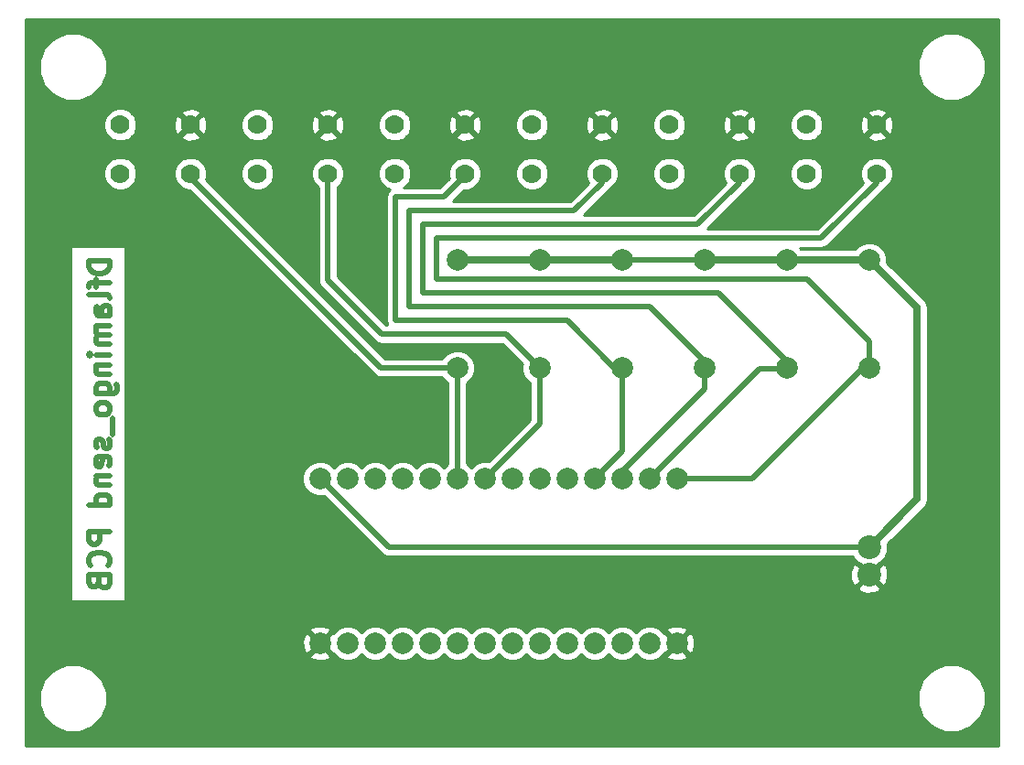
<source format=gbr>
G04 #@! TF.FileFunction,Copper,L2,Bot,Signal*
%FSLAX46Y46*%
G04 Gerber Fmt 4.6, Leading zero omitted, Abs format (unit mm)*
G04 Created by KiCad (PCBNEW 4.0.1-stable) date 2018/10/01 17:56:13*
%MOMM*%
G01*
G04 APERTURE LIST*
%ADD10C,0.100000*%
%ADD11C,0.500000*%
%ADD12C,2.200000*%
%ADD13C,2.000000*%
%ADD14C,1.778000*%
%ADD15C,0.700000*%
%ADD16C,0.254000*%
G04 APERTURE END LIST*
D10*
D11*
X92344762Y-109412379D02*
X90344762Y-109412379D01*
X90344762Y-109888570D01*
X90440000Y-110174284D01*
X90630476Y-110364760D01*
X90820952Y-110459999D01*
X91201905Y-110555237D01*
X91487619Y-110555237D01*
X91868571Y-110459999D01*
X92059048Y-110364760D01*
X92249524Y-110174284D01*
X92344762Y-109888570D01*
X92344762Y-109412379D01*
X91011429Y-111126665D02*
X91011429Y-111888570D01*
X92344762Y-111412379D02*
X90630476Y-111412379D01*
X90440000Y-111507618D01*
X90344762Y-111698094D01*
X90344762Y-111888570D01*
X92344762Y-112840951D02*
X92249524Y-112650475D01*
X92059048Y-112555236D01*
X90344762Y-112555236D01*
X92344762Y-114459998D02*
X91297143Y-114459998D01*
X91106667Y-114364760D01*
X91011429Y-114174284D01*
X91011429Y-113793332D01*
X91106667Y-113602855D01*
X92249524Y-114459998D02*
X92344762Y-114269522D01*
X92344762Y-113793332D01*
X92249524Y-113602855D01*
X92059048Y-113507617D01*
X91868571Y-113507617D01*
X91678095Y-113602855D01*
X91582857Y-113793332D01*
X91582857Y-114269522D01*
X91487619Y-114459998D01*
X92344762Y-115412379D02*
X91011429Y-115412379D01*
X91201905Y-115412379D02*
X91106667Y-115507618D01*
X91011429Y-115698094D01*
X91011429Y-115983808D01*
X91106667Y-116174284D01*
X91297143Y-116269522D01*
X92344762Y-116269522D01*
X91297143Y-116269522D02*
X91106667Y-116364760D01*
X91011429Y-116555237D01*
X91011429Y-116840951D01*
X91106667Y-117031427D01*
X91297143Y-117126665D01*
X92344762Y-117126665D01*
X92344762Y-118079046D02*
X91011429Y-118079046D01*
X90344762Y-118079046D02*
X90440000Y-117983808D01*
X90535238Y-118079046D01*
X90440000Y-118174285D01*
X90344762Y-118079046D01*
X90535238Y-118079046D01*
X91011429Y-119031427D02*
X92344762Y-119031427D01*
X91201905Y-119031427D02*
X91106667Y-119126666D01*
X91011429Y-119317142D01*
X91011429Y-119602856D01*
X91106667Y-119793332D01*
X91297143Y-119888570D01*
X92344762Y-119888570D01*
X91011429Y-121698094D02*
X92630476Y-121698094D01*
X92820952Y-121602856D01*
X92916190Y-121507618D01*
X93011429Y-121317142D01*
X93011429Y-121031428D01*
X92916190Y-120840951D01*
X92249524Y-121698094D02*
X92344762Y-121507618D01*
X92344762Y-121126666D01*
X92249524Y-120936190D01*
X92154286Y-120840951D01*
X91963810Y-120745713D01*
X91392381Y-120745713D01*
X91201905Y-120840951D01*
X91106667Y-120936190D01*
X91011429Y-121126666D01*
X91011429Y-121507618D01*
X91106667Y-121698094D01*
X92344762Y-122936190D02*
X92249524Y-122745714D01*
X92154286Y-122650475D01*
X91963810Y-122555237D01*
X91392381Y-122555237D01*
X91201905Y-122650475D01*
X91106667Y-122745714D01*
X91011429Y-122936190D01*
X91011429Y-123221904D01*
X91106667Y-123412380D01*
X91201905Y-123507618D01*
X91392381Y-123602856D01*
X91963810Y-123602856D01*
X92154286Y-123507618D01*
X92249524Y-123412380D01*
X92344762Y-123221904D01*
X92344762Y-122936190D01*
X92535238Y-123983809D02*
X92535238Y-125507619D01*
X92249524Y-125888571D02*
X92344762Y-126079048D01*
X92344762Y-126460000D01*
X92249524Y-126650476D01*
X92059048Y-126745714D01*
X91963810Y-126745714D01*
X91773333Y-126650476D01*
X91678095Y-126460000D01*
X91678095Y-126174286D01*
X91582857Y-125983809D01*
X91392381Y-125888571D01*
X91297143Y-125888571D01*
X91106667Y-125983809D01*
X91011429Y-126174286D01*
X91011429Y-126460000D01*
X91106667Y-126650476D01*
X92249524Y-128364762D02*
X92344762Y-128174286D01*
X92344762Y-127793334D01*
X92249524Y-127602857D01*
X92059048Y-127507619D01*
X91297143Y-127507619D01*
X91106667Y-127602857D01*
X91011429Y-127793334D01*
X91011429Y-128174286D01*
X91106667Y-128364762D01*
X91297143Y-128460000D01*
X91487619Y-128460000D01*
X91678095Y-127507619D01*
X91011429Y-129317143D02*
X92344762Y-129317143D01*
X91201905Y-129317143D02*
X91106667Y-129412382D01*
X91011429Y-129602858D01*
X91011429Y-129888572D01*
X91106667Y-130079048D01*
X91297143Y-130174286D01*
X92344762Y-130174286D01*
X92344762Y-131983810D02*
X90344762Y-131983810D01*
X92249524Y-131983810D02*
X92344762Y-131793334D01*
X92344762Y-131412382D01*
X92249524Y-131221906D01*
X92154286Y-131126667D01*
X91963810Y-131031429D01*
X91392381Y-131031429D01*
X91201905Y-131126667D01*
X91106667Y-131221906D01*
X91011429Y-131412382D01*
X91011429Y-131793334D01*
X91106667Y-131983810D01*
X92344762Y-134460001D02*
X90344762Y-134460001D01*
X90344762Y-135221906D01*
X90440000Y-135412382D01*
X90535238Y-135507621D01*
X90725714Y-135602859D01*
X91011429Y-135602859D01*
X91201905Y-135507621D01*
X91297143Y-135412382D01*
X91392381Y-135221906D01*
X91392381Y-134460001D01*
X92154286Y-137602859D02*
X92249524Y-137507621D01*
X92344762Y-137221906D01*
X92344762Y-137031430D01*
X92249524Y-136745716D01*
X92059048Y-136555240D01*
X91868571Y-136460001D01*
X91487619Y-136364763D01*
X91201905Y-136364763D01*
X90820952Y-136460001D01*
X90630476Y-136555240D01*
X90440000Y-136745716D01*
X90344762Y-137031430D01*
X90344762Y-137221906D01*
X90440000Y-137507621D01*
X90535238Y-137602859D01*
X91297143Y-139126668D02*
X91392381Y-139412382D01*
X91487619Y-139507621D01*
X91678095Y-139602859D01*
X91963810Y-139602859D01*
X92154286Y-139507621D01*
X92249524Y-139412382D01*
X92344762Y-139221906D01*
X92344762Y-138460001D01*
X90344762Y-138460001D01*
X90344762Y-139126668D01*
X90440000Y-139317144D01*
X90535238Y-139412382D01*
X90725714Y-139507621D01*
X90916190Y-139507621D01*
X91106667Y-139412382D01*
X91201905Y-139317144D01*
X91297143Y-139126668D01*
X91297143Y-138460001D01*
D12*
X162560000Y-135890000D03*
X162560000Y-138430000D03*
D13*
X162560000Y-109300000D03*
X162560000Y-119300000D03*
X154940000Y-109300000D03*
X154940000Y-119300000D03*
X147320000Y-109300000D03*
X147320000Y-119300000D03*
X139700000Y-109300000D03*
X139700000Y-119300000D03*
X132080000Y-109300000D03*
X132080000Y-119300000D03*
X124460000Y-109300000D03*
X124460000Y-119300000D03*
D14*
X163270000Y-96810000D03*
X163270000Y-101310000D03*
X156770000Y-101310000D03*
X156770000Y-96810000D03*
X150570000Y-96810000D03*
X150570000Y-101310000D03*
X144070000Y-101310000D03*
X144070000Y-96810000D03*
X137870000Y-96810000D03*
X137870000Y-101310000D03*
X131370000Y-101310000D03*
X131370000Y-96810000D03*
X125170000Y-96810000D03*
X125170000Y-101310000D03*
X118670000Y-101310000D03*
X118670000Y-96810000D03*
X112470000Y-96810000D03*
X112470000Y-101310000D03*
X105970000Y-101310000D03*
X105970000Y-96810000D03*
X99770000Y-96810000D03*
X99770000Y-101310000D03*
X93270000Y-101310000D03*
X93270000Y-96810000D03*
D13*
X114300000Y-129540000D03*
X116840000Y-129540000D03*
X119380000Y-129540000D03*
X121920000Y-129540000D03*
X124460000Y-129540000D03*
X127000000Y-129540000D03*
X129540000Y-129540000D03*
X132080000Y-129540000D03*
X134620000Y-129540000D03*
X137160000Y-129540000D03*
X139700000Y-129540000D03*
X142240000Y-129540000D03*
X111760000Y-129540000D03*
X144780000Y-129540000D03*
X144780000Y-144780000D03*
X142240000Y-144780000D03*
X139700000Y-144780000D03*
X137160000Y-144780000D03*
X134620000Y-144780000D03*
X132080000Y-144780000D03*
X129540000Y-144780000D03*
X127000000Y-144780000D03*
X124460000Y-144780000D03*
X121920000Y-144780000D03*
X119380000Y-144780000D03*
X116840000Y-144780000D03*
X114300000Y-144780000D03*
X111760000Y-144780000D03*
D11*
X163270000Y-101310000D02*
X163270000Y-102160000D01*
X163270000Y-102160000D02*
X158115000Y-107315000D01*
X158115000Y-107315000D02*
X123190000Y-107315000D01*
X123190000Y-107315000D02*
X122555000Y-107315000D01*
X122555000Y-107315000D02*
X122555000Y-111125000D01*
X122555000Y-111125000D02*
X156845000Y-111125000D01*
X156845000Y-111125000D02*
X162560000Y-116840000D01*
X162560000Y-116840000D02*
X162560000Y-119300000D01*
D15*
X162560000Y-119300000D02*
X162005000Y-119300000D01*
D11*
X162005000Y-119300000D02*
X151765000Y-129540000D01*
X151765000Y-129540000D02*
X144780000Y-129540000D01*
X150570000Y-101310000D02*
X150570000Y-102160000D01*
X150570000Y-102160000D02*
X146685000Y-106045000D01*
X146685000Y-106045000D02*
X121285000Y-106045000D01*
X121285000Y-106045000D02*
X121285000Y-112395000D01*
X121285000Y-112395000D02*
X148590000Y-112395000D01*
X148590000Y-112395000D02*
X154940000Y-118745000D01*
X154940000Y-118745000D02*
X154940000Y-119300000D01*
X142240000Y-129540000D02*
X152400000Y-119380000D01*
X152400000Y-119380000D02*
X154860000Y-119380000D01*
X154860000Y-119380000D02*
X154940000Y-119300000D01*
X137870000Y-101310000D02*
X137870000Y-102160000D01*
X137870000Y-102160000D02*
X135255000Y-104775000D01*
X135255000Y-104775000D02*
X120015000Y-104775000D01*
X120015000Y-104775000D02*
X120015000Y-113665000D01*
X120015000Y-113665000D02*
X142240000Y-113665000D01*
X142240000Y-113665000D02*
X147320000Y-118745000D01*
X147320000Y-118745000D02*
X147320000Y-119300000D01*
X139700000Y-129540000D02*
X139700000Y-128905000D01*
X139700000Y-128905000D02*
X147320000Y-121285000D01*
X147320000Y-121285000D02*
X147320000Y-119300000D01*
X125170000Y-101310000D02*
X125170000Y-101525000D01*
X125170000Y-101525000D02*
X123190000Y-103505000D01*
X123190000Y-103505000D02*
X118745000Y-103505000D01*
X118745000Y-103505000D02*
X118745000Y-114935000D01*
X118745000Y-114935000D02*
X134620000Y-114935000D01*
X134620000Y-114935000D02*
X138985000Y-119300000D01*
X138985000Y-119300000D02*
X139700000Y-119300000D01*
X139700000Y-119300000D02*
X139700000Y-127000000D01*
X139700000Y-127000000D02*
X137160000Y-129540000D01*
X112470000Y-101310000D02*
X112470000Y-111200000D01*
X128985000Y-116205000D02*
X132080000Y-119300000D01*
X117475000Y-116205000D02*
X128985000Y-116205000D01*
X112470000Y-111200000D02*
X117475000Y-116205000D01*
X132080000Y-119300000D02*
X132080000Y-124460000D01*
X132080000Y-124460000D02*
X127000000Y-129540000D01*
X99770000Y-101310000D02*
X99770000Y-101675000D01*
X99770000Y-101675000D02*
X117395000Y-119300000D01*
X117395000Y-119300000D02*
X124460000Y-119300000D01*
X124460000Y-119300000D02*
X124460000Y-129540000D01*
X111760000Y-129540000D02*
X118110000Y-135890000D01*
X118110000Y-135890000D02*
X162560000Y-135890000D01*
D15*
X162560000Y-135890000D02*
X167005000Y-131445000D01*
X167005000Y-131445000D02*
X167005000Y-113745000D01*
X167005000Y-113745000D02*
X162560000Y-109300000D01*
X162560000Y-109300000D02*
X147320000Y-109300000D01*
D11*
X147320000Y-109300000D02*
X139700000Y-109300000D01*
D15*
X139700000Y-109300000D02*
X124460000Y-109300000D01*
D16*
G36*
X174550000Y-154230000D02*
X84530000Y-154230000D01*
X84530000Y-150479270D01*
X85772458Y-150479270D01*
X86247512Y-151628989D01*
X87126384Y-152509396D01*
X88275272Y-152986456D01*
X89519270Y-152987542D01*
X90668989Y-152512488D01*
X91549396Y-151633616D01*
X92026456Y-150484728D01*
X92026460Y-150479270D01*
X167052458Y-150479270D01*
X167527512Y-151628989D01*
X168406384Y-152509396D01*
X169555272Y-152986456D01*
X170799270Y-152987542D01*
X171948989Y-152512488D01*
X172829396Y-151633616D01*
X173306456Y-150484728D01*
X173307542Y-149240730D01*
X172832488Y-148091011D01*
X171953616Y-147210604D01*
X170804728Y-146733544D01*
X169560730Y-146732458D01*
X168411011Y-147207512D01*
X167530604Y-148086384D01*
X167053544Y-149235272D01*
X167052458Y-150479270D01*
X92026460Y-150479270D01*
X92027542Y-149240730D01*
X91552488Y-148091011D01*
X90673616Y-147210604D01*
X89524728Y-146733544D01*
X88280730Y-146732458D01*
X87131011Y-147207512D01*
X86250604Y-148086384D01*
X85773544Y-149235272D01*
X85772458Y-150479270D01*
X84530000Y-150479270D01*
X84530000Y-145932532D01*
X110787073Y-145932532D01*
X110885736Y-146199387D01*
X111495461Y-146425908D01*
X112145460Y-146401856D01*
X112634264Y-146199387D01*
X112732927Y-145932532D01*
X111760000Y-144959605D01*
X110787073Y-145932532D01*
X84530000Y-145932532D01*
X84530000Y-144515461D01*
X110114092Y-144515461D01*
X110138144Y-145165460D01*
X110340613Y-145654264D01*
X110607468Y-145752927D01*
X111580395Y-144780000D01*
X111939605Y-144780000D01*
X112912532Y-145752927D01*
X112947938Y-145739836D01*
X113372637Y-146165278D01*
X113973352Y-146414716D01*
X114623795Y-146415284D01*
X115224943Y-146166894D01*
X115570199Y-145822241D01*
X115912637Y-146165278D01*
X116513352Y-146414716D01*
X117163795Y-146415284D01*
X117764943Y-146166894D01*
X118110199Y-145822241D01*
X118452637Y-146165278D01*
X119053352Y-146414716D01*
X119703795Y-146415284D01*
X120304943Y-146166894D01*
X120650199Y-145822241D01*
X120992637Y-146165278D01*
X121593352Y-146414716D01*
X122243795Y-146415284D01*
X122844943Y-146166894D01*
X123190199Y-145822241D01*
X123532637Y-146165278D01*
X124133352Y-146414716D01*
X124783795Y-146415284D01*
X125384943Y-146166894D01*
X125730199Y-145822241D01*
X126072637Y-146165278D01*
X126673352Y-146414716D01*
X127323795Y-146415284D01*
X127924943Y-146166894D01*
X128270199Y-145822241D01*
X128612637Y-146165278D01*
X129213352Y-146414716D01*
X129863795Y-146415284D01*
X130464943Y-146166894D01*
X130810199Y-145822241D01*
X131152637Y-146165278D01*
X131753352Y-146414716D01*
X132403795Y-146415284D01*
X133004943Y-146166894D01*
X133350199Y-145822241D01*
X133692637Y-146165278D01*
X134293352Y-146414716D01*
X134943795Y-146415284D01*
X135544943Y-146166894D01*
X135890199Y-145822241D01*
X136232637Y-146165278D01*
X136833352Y-146414716D01*
X137483795Y-146415284D01*
X138084943Y-146166894D01*
X138430199Y-145822241D01*
X138772637Y-146165278D01*
X139373352Y-146414716D01*
X140023795Y-146415284D01*
X140624943Y-146166894D01*
X140970199Y-145822241D01*
X141312637Y-146165278D01*
X141913352Y-146414716D01*
X142563795Y-146415284D01*
X143164943Y-146166894D01*
X143399715Y-145932532D01*
X143807073Y-145932532D01*
X143905736Y-146199387D01*
X144515461Y-146425908D01*
X145165460Y-146401856D01*
X145654264Y-146199387D01*
X145752927Y-145932532D01*
X144780000Y-144959605D01*
X143807073Y-145932532D01*
X143399715Y-145932532D01*
X143592562Y-145740022D01*
X143627468Y-145752927D01*
X144600395Y-144780000D01*
X144959605Y-144780000D01*
X145932532Y-145752927D01*
X146199387Y-145654264D01*
X146425908Y-145044539D01*
X146401856Y-144394540D01*
X146199387Y-143905736D01*
X145932532Y-143807073D01*
X144959605Y-144780000D01*
X144600395Y-144780000D01*
X143627468Y-143807073D01*
X143592062Y-143820164D01*
X143399703Y-143627468D01*
X143807073Y-143627468D01*
X144780000Y-144600395D01*
X145752927Y-143627468D01*
X145654264Y-143360613D01*
X145044539Y-143134092D01*
X144394540Y-143158144D01*
X143905736Y-143360613D01*
X143807073Y-143627468D01*
X143399703Y-143627468D01*
X143167363Y-143394722D01*
X142566648Y-143145284D01*
X141916205Y-143144716D01*
X141315057Y-143393106D01*
X140969801Y-143737759D01*
X140627363Y-143394722D01*
X140026648Y-143145284D01*
X139376205Y-143144716D01*
X138775057Y-143393106D01*
X138429801Y-143737759D01*
X138087363Y-143394722D01*
X137486648Y-143145284D01*
X136836205Y-143144716D01*
X136235057Y-143393106D01*
X135889801Y-143737759D01*
X135547363Y-143394722D01*
X134946648Y-143145284D01*
X134296205Y-143144716D01*
X133695057Y-143393106D01*
X133349801Y-143737759D01*
X133007363Y-143394722D01*
X132406648Y-143145284D01*
X131756205Y-143144716D01*
X131155057Y-143393106D01*
X130809801Y-143737759D01*
X130467363Y-143394722D01*
X129866648Y-143145284D01*
X129216205Y-143144716D01*
X128615057Y-143393106D01*
X128269801Y-143737759D01*
X127927363Y-143394722D01*
X127326648Y-143145284D01*
X126676205Y-143144716D01*
X126075057Y-143393106D01*
X125729801Y-143737759D01*
X125387363Y-143394722D01*
X124786648Y-143145284D01*
X124136205Y-143144716D01*
X123535057Y-143393106D01*
X123189801Y-143737759D01*
X122847363Y-143394722D01*
X122246648Y-143145284D01*
X121596205Y-143144716D01*
X120995057Y-143393106D01*
X120649801Y-143737759D01*
X120307363Y-143394722D01*
X119706648Y-143145284D01*
X119056205Y-143144716D01*
X118455057Y-143393106D01*
X118109801Y-143737759D01*
X117767363Y-143394722D01*
X117166648Y-143145284D01*
X116516205Y-143144716D01*
X115915057Y-143393106D01*
X115569801Y-143737759D01*
X115227363Y-143394722D01*
X114626648Y-143145284D01*
X113976205Y-143144716D01*
X113375057Y-143393106D01*
X112947438Y-143819978D01*
X112912532Y-143807073D01*
X111939605Y-144780000D01*
X111580395Y-144780000D01*
X110607468Y-143807073D01*
X110340613Y-143905736D01*
X110114092Y-144515461D01*
X84530000Y-144515461D01*
X84530000Y-143627468D01*
X110787073Y-143627468D01*
X111760000Y-144600395D01*
X112732927Y-143627468D01*
X112634264Y-143360613D01*
X112024539Y-143134092D01*
X111374540Y-143158144D01*
X110885736Y-143360613D01*
X110787073Y-143627468D01*
X84530000Y-143627468D01*
X84530000Y-108051189D01*
X88655000Y-108051189D01*
X88655000Y-140868811D01*
X93725000Y-140868811D01*
X93725000Y-139654868D01*
X161514737Y-139654868D01*
X161625641Y-139932099D01*
X162271593Y-140175323D01*
X162961453Y-140152836D01*
X163494359Y-139932099D01*
X163605263Y-139654868D01*
X162560000Y-138609605D01*
X161514737Y-139654868D01*
X93725000Y-139654868D01*
X93725000Y-138141593D01*
X160814677Y-138141593D01*
X160837164Y-138831453D01*
X161057901Y-139364359D01*
X161335132Y-139475263D01*
X162380395Y-138430000D01*
X162739605Y-138430000D01*
X163784868Y-139475263D01*
X164062099Y-139364359D01*
X164305323Y-138718407D01*
X164282836Y-138028547D01*
X164062099Y-137495641D01*
X163784868Y-137384737D01*
X162739605Y-138430000D01*
X162380395Y-138430000D01*
X161335132Y-137384737D01*
X161057901Y-137495641D01*
X160814677Y-138141593D01*
X93725000Y-138141593D01*
X93725000Y-108051189D01*
X88655000Y-108051189D01*
X84530000Y-108051189D01*
X84530000Y-101611812D01*
X91745736Y-101611812D01*
X91977262Y-102172149D01*
X92405596Y-102601231D01*
X92965528Y-102833735D01*
X93571812Y-102834264D01*
X94132149Y-102602738D01*
X94561231Y-102174404D01*
X94793735Y-101614472D01*
X94793737Y-101611812D01*
X98245736Y-101611812D01*
X98477262Y-102172149D01*
X98905596Y-102601231D01*
X99465528Y-102833735D01*
X99677340Y-102833920D01*
X116769208Y-119925787D01*
X116769210Y-119925790D01*
X117056325Y-120117633D01*
X117112516Y-120128810D01*
X117395000Y-120185001D01*
X117395005Y-120185000D01*
X123056602Y-120185000D01*
X123073106Y-120224943D01*
X123532637Y-120685278D01*
X123575000Y-120702869D01*
X123575000Y-128136602D01*
X123535057Y-128153106D01*
X123189801Y-128497759D01*
X122847363Y-128154722D01*
X122246648Y-127905284D01*
X121596205Y-127904716D01*
X120995057Y-128153106D01*
X120649801Y-128497759D01*
X120307363Y-128154722D01*
X119706648Y-127905284D01*
X119056205Y-127904716D01*
X118455057Y-128153106D01*
X118109801Y-128497759D01*
X117767363Y-128154722D01*
X117166648Y-127905284D01*
X116516205Y-127904716D01*
X115915057Y-128153106D01*
X115569801Y-128497759D01*
X115227363Y-128154722D01*
X114626648Y-127905284D01*
X113976205Y-127904716D01*
X113375057Y-128153106D01*
X113029801Y-128497759D01*
X112687363Y-128154722D01*
X112086648Y-127905284D01*
X111436205Y-127904716D01*
X110835057Y-128153106D01*
X110374722Y-128612637D01*
X110125284Y-129213352D01*
X110124716Y-129863795D01*
X110373106Y-130464943D01*
X110832637Y-130925278D01*
X111433352Y-131174716D01*
X112083795Y-131175284D01*
X112126188Y-131157768D01*
X117484208Y-136515787D01*
X117484210Y-136515790D01*
X117736969Y-136684677D01*
X117771325Y-136707633D01*
X118110000Y-136775001D01*
X118110005Y-136775000D01*
X161048402Y-136775000D01*
X161088281Y-136871515D01*
X161575918Y-137360004D01*
X161736139Y-137426534D01*
X162560000Y-138250395D01*
X163383305Y-137427090D01*
X163541515Y-137361719D01*
X164030004Y-136874082D01*
X164294699Y-136236627D01*
X164295300Y-135547700D01*
X167701500Y-132141500D01*
X167915021Y-131821943D01*
X167990000Y-131445000D01*
X167990000Y-113745000D01*
X167915021Y-113368057D01*
X167701500Y-113048500D01*
X164194790Y-109541790D01*
X164195284Y-108976205D01*
X163946894Y-108375057D01*
X163487363Y-107914722D01*
X162886648Y-107665284D01*
X162236205Y-107664716D01*
X161635057Y-107913106D01*
X161232460Y-108315000D01*
X156266942Y-108315000D01*
X156152143Y-108200000D01*
X158114995Y-108200000D01*
X158115000Y-108200001D01*
X158397484Y-108143810D01*
X158453675Y-108132633D01*
X158740790Y-107940790D01*
X163895787Y-102785792D01*
X163895790Y-102785790D01*
X163974606Y-102667833D01*
X164132149Y-102602738D01*
X164561231Y-102174404D01*
X164793735Y-101614472D01*
X164794264Y-101008188D01*
X164562738Y-100447851D01*
X164134404Y-100018769D01*
X163574472Y-99786265D01*
X162968188Y-99785736D01*
X162407851Y-100017262D01*
X161978769Y-100445596D01*
X161746265Y-101005528D01*
X161745736Y-101611812D01*
X161977262Y-102172149D01*
X161991754Y-102186667D01*
X157748420Y-106430000D01*
X147551580Y-106430000D01*
X151195787Y-102785792D01*
X151195790Y-102785790D01*
X151274606Y-102667833D01*
X151432149Y-102602738D01*
X151861231Y-102174404D01*
X152093735Y-101614472D01*
X152093737Y-101611812D01*
X155245736Y-101611812D01*
X155477262Y-102172149D01*
X155905596Y-102601231D01*
X156465528Y-102833735D01*
X157071812Y-102834264D01*
X157632149Y-102602738D01*
X158061231Y-102174404D01*
X158293735Y-101614472D01*
X158294264Y-101008188D01*
X158062738Y-100447851D01*
X157634404Y-100018769D01*
X157074472Y-99786265D01*
X156468188Y-99785736D01*
X155907851Y-100017262D01*
X155478769Y-100445596D01*
X155246265Y-101005528D01*
X155245736Y-101611812D01*
X152093737Y-101611812D01*
X152094264Y-101008188D01*
X151862738Y-100447851D01*
X151434404Y-100018769D01*
X150874472Y-99786265D01*
X150268188Y-99785736D01*
X149707851Y-100017262D01*
X149278769Y-100445596D01*
X149046265Y-101005528D01*
X149045736Y-101611812D01*
X149277262Y-102172149D01*
X149291754Y-102186667D01*
X146318420Y-105160000D01*
X136121580Y-105160000D01*
X138495787Y-102785792D01*
X138495790Y-102785790D01*
X138574606Y-102667833D01*
X138732149Y-102602738D01*
X139161231Y-102174404D01*
X139393735Y-101614472D01*
X139393737Y-101611812D01*
X142545736Y-101611812D01*
X142777262Y-102172149D01*
X143205596Y-102601231D01*
X143765528Y-102833735D01*
X144371812Y-102834264D01*
X144932149Y-102602738D01*
X145361231Y-102174404D01*
X145593735Y-101614472D01*
X145594264Y-101008188D01*
X145362738Y-100447851D01*
X144934404Y-100018769D01*
X144374472Y-99786265D01*
X143768188Y-99785736D01*
X143207851Y-100017262D01*
X142778769Y-100445596D01*
X142546265Y-101005528D01*
X142545736Y-101611812D01*
X139393737Y-101611812D01*
X139394264Y-101008188D01*
X139162738Y-100447851D01*
X138734404Y-100018769D01*
X138174472Y-99786265D01*
X137568188Y-99785736D01*
X137007851Y-100017262D01*
X136578769Y-100445596D01*
X136346265Y-101005528D01*
X136345736Y-101611812D01*
X136577262Y-102172149D01*
X136591754Y-102186667D01*
X134888420Y-103890000D01*
X124056580Y-103890000D01*
X125112629Y-102833951D01*
X125471812Y-102834264D01*
X126032149Y-102602738D01*
X126461231Y-102174404D01*
X126693735Y-101614472D01*
X126693737Y-101611812D01*
X129845736Y-101611812D01*
X130077262Y-102172149D01*
X130505596Y-102601231D01*
X131065528Y-102833735D01*
X131671812Y-102834264D01*
X132232149Y-102602738D01*
X132661231Y-102174404D01*
X132893735Y-101614472D01*
X132894264Y-101008188D01*
X132662738Y-100447851D01*
X132234404Y-100018769D01*
X131674472Y-99786265D01*
X131068188Y-99785736D01*
X130507851Y-100017262D01*
X130078769Y-100445596D01*
X129846265Y-101005528D01*
X129845736Y-101611812D01*
X126693737Y-101611812D01*
X126694264Y-101008188D01*
X126462738Y-100447851D01*
X126034404Y-100018769D01*
X125474472Y-99786265D01*
X124868188Y-99785736D01*
X124307851Y-100017262D01*
X123878769Y-100445596D01*
X123646265Y-101005528D01*
X123645736Y-101611812D01*
X123700082Y-101743339D01*
X122823420Y-102620000D01*
X119490372Y-102620000D01*
X119532149Y-102602738D01*
X119961231Y-102174404D01*
X120193735Y-101614472D01*
X120194264Y-101008188D01*
X119962738Y-100447851D01*
X119534404Y-100018769D01*
X118974472Y-99786265D01*
X118368188Y-99785736D01*
X117807851Y-100017262D01*
X117378769Y-100445596D01*
X117146265Y-101005528D01*
X117145736Y-101611812D01*
X117377262Y-102172149D01*
X117805596Y-102601231D01*
X118255590Y-102788085D01*
X118119210Y-102879210D01*
X117927367Y-103166325D01*
X117860000Y-103505000D01*
X117860000Y-114935000D01*
X117927367Y-115273675D01*
X117958320Y-115320000D01*
X117841579Y-115320000D01*
X113355000Y-110833420D01*
X113355000Y-102579927D01*
X113761231Y-102174404D01*
X113993735Y-101614472D01*
X113994264Y-101008188D01*
X113762738Y-100447851D01*
X113334404Y-100018769D01*
X112774472Y-99786265D01*
X112168188Y-99785736D01*
X111607851Y-100017262D01*
X111178769Y-100445596D01*
X110946265Y-101005528D01*
X110945736Y-101611812D01*
X111177262Y-102172149D01*
X111585000Y-102580599D01*
X111585000Y-111199995D01*
X111584999Y-111200000D01*
X111637448Y-111463674D01*
X111652367Y-111538675D01*
X111794097Y-111750790D01*
X111844210Y-111825790D01*
X116849208Y-116830787D01*
X116849210Y-116830790D01*
X117136325Y-117022633D01*
X117192516Y-117033810D01*
X117475000Y-117090001D01*
X117475005Y-117090000D01*
X128618420Y-117090000D01*
X130461858Y-118933437D01*
X130445284Y-118973352D01*
X130444716Y-119623795D01*
X130693106Y-120224943D01*
X131152637Y-120685278D01*
X131195000Y-120702869D01*
X131195000Y-124093421D01*
X127366562Y-127921858D01*
X127326648Y-127905284D01*
X126676205Y-127904716D01*
X126075057Y-128153106D01*
X125729801Y-128497759D01*
X125387363Y-128154722D01*
X125345000Y-128137131D01*
X125345000Y-120703398D01*
X125384943Y-120686894D01*
X125845278Y-120227363D01*
X126094716Y-119626648D01*
X126095284Y-118976205D01*
X125846894Y-118375057D01*
X125387363Y-117914722D01*
X124786648Y-117665284D01*
X124136205Y-117664716D01*
X123535057Y-117913106D01*
X123074722Y-118372637D01*
X123057131Y-118415000D01*
X117761579Y-118415000D01*
X101196124Y-101849544D01*
X101293735Y-101614472D01*
X101293737Y-101611812D01*
X104445736Y-101611812D01*
X104677262Y-102172149D01*
X105105596Y-102601231D01*
X105665528Y-102833735D01*
X106271812Y-102834264D01*
X106832149Y-102602738D01*
X107261231Y-102174404D01*
X107493735Y-101614472D01*
X107494264Y-101008188D01*
X107262738Y-100447851D01*
X106834404Y-100018769D01*
X106274472Y-99786265D01*
X105668188Y-99785736D01*
X105107851Y-100017262D01*
X104678769Y-100445596D01*
X104446265Y-101005528D01*
X104445736Y-101611812D01*
X101293737Y-101611812D01*
X101294264Y-101008188D01*
X101062738Y-100447851D01*
X100634404Y-100018769D01*
X100074472Y-99786265D01*
X99468188Y-99785736D01*
X98907851Y-100017262D01*
X98478769Y-100445596D01*
X98246265Y-101005528D01*
X98245736Y-101611812D01*
X94793737Y-101611812D01*
X94794264Y-101008188D01*
X94562738Y-100447851D01*
X94134404Y-100018769D01*
X93574472Y-99786265D01*
X92968188Y-99785736D01*
X92407851Y-100017262D01*
X91978769Y-100445596D01*
X91746265Y-101005528D01*
X91745736Y-101611812D01*
X84530000Y-101611812D01*
X84530000Y-97111812D01*
X91745736Y-97111812D01*
X91977262Y-97672149D01*
X92405596Y-98101231D01*
X92965528Y-98333735D01*
X93571812Y-98334264D01*
X94132149Y-98102738D01*
X94353076Y-97882196D01*
X98877409Y-97882196D01*
X98962467Y-98137539D01*
X99531965Y-98345516D01*
X100137700Y-98319723D01*
X100577533Y-98137539D01*
X100662591Y-97882196D01*
X99770000Y-96989605D01*
X98877409Y-97882196D01*
X94353076Y-97882196D01*
X94561231Y-97674404D01*
X94793735Y-97114472D01*
X94794208Y-96571965D01*
X98234484Y-96571965D01*
X98260277Y-97177700D01*
X98442461Y-97617533D01*
X98697804Y-97702591D01*
X99590395Y-96810000D01*
X99949605Y-96810000D01*
X100842196Y-97702591D01*
X101097539Y-97617533D01*
X101282225Y-97111812D01*
X104445736Y-97111812D01*
X104677262Y-97672149D01*
X105105596Y-98101231D01*
X105665528Y-98333735D01*
X106271812Y-98334264D01*
X106832149Y-98102738D01*
X107053076Y-97882196D01*
X111577409Y-97882196D01*
X111662467Y-98137539D01*
X112231965Y-98345516D01*
X112837700Y-98319723D01*
X113277533Y-98137539D01*
X113362591Y-97882196D01*
X112470000Y-96989605D01*
X111577409Y-97882196D01*
X107053076Y-97882196D01*
X107261231Y-97674404D01*
X107493735Y-97114472D01*
X107494208Y-96571965D01*
X110934484Y-96571965D01*
X110960277Y-97177700D01*
X111142461Y-97617533D01*
X111397804Y-97702591D01*
X112290395Y-96810000D01*
X112649605Y-96810000D01*
X113542196Y-97702591D01*
X113797539Y-97617533D01*
X113982225Y-97111812D01*
X117145736Y-97111812D01*
X117377262Y-97672149D01*
X117805596Y-98101231D01*
X118365528Y-98333735D01*
X118971812Y-98334264D01*
X119532149Y-98102738D01*
X119753076Y-97882196D01*
X124277409Y-97882196D01*
X124362467Y-98137539D01*
X124931965Y-98345516D01*
X125537700Y-98319723D01*
X125977533Y-98137539D01*
X126062591Y-97882196D01*
X125170000Y-96989605D01*
X124277409Y-97882196D01*
X119753076Y-97882196D01*
X119961231Y-97674404D01*
X120193735Y-97114472D01*
X120194208Y-96571965D01*
X123634484Y-96571965D01*
X123660277Y-97177700D01*
X123842461Y-97617533D01*
X124097804Y-97702591D01*
X124990395Y-96810000D01*
X125349605Y-96810000D01*
X126242196Y-97702591D01*
X126497539Y-97617533D01*
X126682225Y-97111812D01*
X129845736Y-97111812D01*
X130077262Y-97672149D01*
X130505596Y-98101231D01*
X131065528Y-98333735D01*
X131671812Y-98334264D01*
X132232149Y-98102738D01*
X132453076Y-97882196D01*
X136977409Y-97882196D01*
X137062467Y-98137539D01*
X137631965Y-98345516D01*
X138237700Y-98319723D01*
X138677533Y-98137539D01*
X138762591Y-97882196D01*
X137870000Y-96989605D01*
X136977409Y-97882196D01*
X132453076Y-97882196D01*
X132661231Y-97674404D01*
X132893735Y-97114472D01*
X132894208Y-96571965D01*
X136334484Y-96571965D01*
X136360277Y-97177700D01*
X136542461Y-97617533D01*
X136797804Y-97702591D01*
X137690395Y-96810000D01*
X138049605Y-96810000D01*
X138942196Y-97702591D01*
X139197539Y-97617533D01*
X139382225Y-97111812D01*
X142545736Y-97111812D01*
X142777262Y-97672149D01*
X143205596Y-98101231D01*
X143765528Y-98333735D01*
X144371812Y-98334264D01*
X144932149Y-98102738D01*
X145153076Y-97882196D01*
X149677409Y-97882196D01*
X149762467Y-98137539D01*
X150331965Y-98345516D01*
X150937700Y-98319723D01*
X151377533Y-98137539D01*
X151462591Y-97882196D01*
X150570000Y-96989605D01*
X149677409Y-97882196D01*
X145153076Y-97882196D01*
X145361231Y-97674404D01*
X145593735Y-97114472D01*
X145594208Y-96571965D01*
X149034484Y-96571965D01*
X149060277Y-97177700D01*
X149242461Y-97617533D01*
X149497804Y-97702591D01*
X150390395Y-96810000D01*
X150749605Y-96810000D01*
X151642196Y-97702591D01*
X151897539Y-97617533D01*
X152082225Y-97111812D01*
X155245736Y-97111812D01*
X155477262Y-97672149D01*
X155905596Y-98101231D01*
X156465528Y-98333735D01*
X157071812Y-98334264D01*
X157632149Y-98102738D01*
X157853076Y-97882196D01*
X162377409Y-97882196D01*
X162462467Y-98137539D01*
X163031965Y-98345516D01*
X163637700Y-98319723D01*
X164077533Y-98137539D01*
X164162591Y-97882196D01*
X163270000Y-96989605D01*
X162377409Y-97882196D01*
X157853076Y-97882196D01*
X158061231Y-97674404D01*
X158293735Y-97114472D01*
X158294208Y-96571965D01*
X161734484Y-96571965D01*
X161760277Y-97177700D01*
X161942461Y-97617533D01*
X162197804Y-97702591D01*
X163090395Y-96810000D01*
X163449605Y-96810000D01*
X164342196Y-97702591D01*
X164597539Y-97617533D01*
X164805516Y-97048035D01*
X164779723Y-96442300D01*
X164597539Y-96002467D01*
X164342196Y-95917409D01*
X163449605Y-96810000D01*
X163090395Y-96810000D01*
X162197804Y-95917409D01*
X161942461Y-96002467D01*
X161734484Y-96571965D01*
X158294208Y-96571965D01*
X158294264Y-96508188D01*
X158062738Y-95947851D01*
X157853058Y-95737804D01*
X162377409Y-95737804D01*
X163270000Y-96630395D01*
X164162591Y-95737804D01*
X164077533Y-95482461D01*
X163508035Y-95274484D01*
X162902300Y-95300277D01*
X162462467Y-95482461D01*
X162377409Y-95737804D01*
X157853058Y-95737804D01*
X157634404Y-95518769D01*
X157074472Y-95286265D01*
X156468188Y-95285736D01*
X155907851Y-95517262D01*
X155478769Y-95945596D01*
X155246265Y-96505528D01*
X155245736Y-97111812D01*
X152082225Y-97111812D01*
X152105516Y-97048035D01*
X152079723Y-96442300D01*
X151897539Y-96002467D01*
X151642196Y-95917409D01*
X150749605Y-96810000D01*
X150390395Y-96810000D01*
X149497804Y-95917409D01*
X149242461Y-96002467D01*
X149034484Y-96571965D01*
X145594208Y-96571965D01*
X145594264Y-96508188D01*
X145362738Y-95947851D01*
X145153058Y-95737804D01*
X149677409Y-95737804D01*
X150570000Y-96630395D01*
X151462591Y-95737804D01*
X151377533Y-95482461D01*
X150808035Y-95274484D01*
X150202300Y-95300277D01*
X149762467Y-95482461D01*
X149677409Y-95737804D01*
X145153058Y-95737804D01*
X144934404Y-95518769D01*
X144374472Y-95286265D01*
X143768188Y-95285736D01*
X143207851Y-95517262D01*
X142778769Y-95945596D01*
X142546265Y-96505528D01*
X142545736Y-97111812D01*
X139382225Y-97111812D01*
X139405516Y-97048035D01*
X139379723Y-96442300D01*
X139197539Y-96002467D01*
X138942196Y-95917409D01*
X138049605Y-96810000D01*
X137690395Y-96810000D01*
X136797804Y-95917409D01*
X136542461Y-96002467D01*
X136334484Y-96571965D01*
X132894208Y-96571965D01*
X132894264Y-96508188D01*
X132662738Y-95947851D01*
X132453058Y-95737804D01*
X136977409Y-95737804D01*
X137870000Y-96630395D01*
X138762591Y-95737804D01*
X138677533Y-95482461D01*
X138108035Y-95274484D01*
X137502300Y-95300277D01*
X137062467Y-95482461D01*
X136977409Y-95737804D01*
X132453058Y-95737804D01*
X132234404Y-95518769D01*
X131674472Y-95286265D01*
X131068188Y-95285736D01*
X130507851Y-95517262D01*
X130078769Y-95945596D01*
X129846265Y-96505528D01*
X129845736Y-97111812D01*
X126682225Y-97111812D01*
X126705516Y-97048035D01*
X126679723Y-96442300D01*
X126497539Y-96002467D01*
X126242196Y-95917409D01*
X125349605Y-96810000D01*
X124990395Y-96810000D01*
X124097804Y-95917409D01*
X123842461Y-96002467D01*
X123634484Y-96571965D01*
X120194208Y-96571965D01*
X120194264Y-96508188D01*
X119962738Y-95947851D01*
X119753058Y-95737804D01*
X124277409Y-95737804D01*
X125170000Y-96630395D01*
X126062591Y-95737804D01*
X125977533Y-95482461D01*
X125408035Y-95274484D01*
X124802300Y-95300277D01*
X124362467Y-95482461D01*
X124277409Y-95737804D01*
X119753058Y-95737804D01*
X119534404Y-95518769D01*
X118974472Y-95286265D01*
X118368188Y-95285736D01*
X117807851Y-95517262D01*
X117378769Y-95945596D01*
X117146265Y-96505528D01*
X117145736Y-97111812D01*
X113982225Y-97111812D01*
X114005516Y-97048035D01*
X113979723Y-96442300D01*
X113797539Y-96002467D01*
X113542196Y-95917409D01*
X112649605Y-96810000D01*
X112290395Y-96810000D01*
X111397804Y-95917409D01*
X111142461Y-96002467D01*
X110934484Y-96571965D01*
X107494208Y-96571965D01*
X107494264Y-96508188D01*
X107262738Y-95947851D01*
X107053058Y-95737804D01*
X111577409Y-95737804D01*
X112470000Y-96630395D01*
X113362591Y-95737804D01*
X113277533Y-95482461D01*
X112708035Y-95274484D01*
X112102300Y-95300277D01*
X111662467Y-95482461D01*
X111577409Y-95737804D01*
X107053058Y-95737804D01*
X106834404Y-95518769D01*
X106274472Y-95286265D01*
X105668188Y-95285736D01*
X105107851Y-95517262D01*
X104678769Y-95945596D01*
X104446265Y-96505528D01*
X104445736Y-97111812D01*
X101282225Y-97111812D01*
X101305516Y-97048035D01*
X101279723Y-96442300D01*
X101097539Y-96002467D01*
X100842196Y-95917409D01*
X99949605Y-96810000D01*
X99590395Y-96810000D01*
X98697804Y-95917409D01*
X98442461Y-96002467D01*
X98234484Y-96571965D01*
X94794208Y-96571965D01*
X94794264Y-96508188D01*
X94562738Y-95947851D01*
X94353058Y-95737804D01*
X98877409Y-95737804D01*
X99770000Y-96630395D01*
X100662591Y-95737804D01*
X100577533Y-95482461D01*
X100008035Y-95274484D01*
X99402300Y-95300277D01*
X98962467Y-95482461D01*
X98877409Y-95737804D01*
X94353058Y-95737804D01*
X94134404Y-95518769D01*
X93574472Y-95286265D01*
X92968188Y-95285736D01*
X92407851Y-95517262D01*
X91978769Y-95945596D01*
X91746265Y-96505528D01*
X91745736Y-97111812D01*
X84530000Y-97111812D01*
X84530000Y-92059270D01*
X85772458Y-92059270D01*
X86247512Y-93208989D01*
X87126384Y-94089396D01*
X88275272Y-94566456D01*
X89519270Y-94567542D01*
X90668989Y-94092488D01*
X91549396Y-93213616D01*
X92026456Y-92064728D01*
X92026460Y-92059270D01*
X167052458Y-92059270D01*
X167527512Y-93208989D01*
X168406384Y-94089396D01*
X169555272Y-94566456D01*
X170799270Y-94567542D01*
X171948989Y-94092488D01*
X172829396Y-93213616D01*
X173306456Y-92064728D01*
X173307542Y-90820730D01*
X172832488Y-89671011D01*
X171953616Y-88790604D01*
X170804728Y-88313544D01*
X169560730Y-88312458D01*
X168411011Y-88787512D01*
X167530604Y-89666384D01*
X167053544Y-90815272D01*
X167052458Y-92059270D01*
X92026460Y-92059270D01*
X92027542Y-90820730D01*
X91552488Y-89671011D01*
X90673616Y-88790604D01*
X89524728Y-88313544D01*
X88280730Y-88312458D01*
X87131011Y-88787512D01*
X86250604Y-89666384D01*
X85773544Y-90815272D01*
X85772458Y-92059270D01*
X84530000Y-92059270D01*
X84530000Y-87070000D01*
X174550000Y-87070000D01*
X174550000Y-154230000D01*
X174550000Y-154230000D01*
G37*
X174550000Y-154230000D02*
X84530000Y-154230000D01*
X84530000Y-150479270D01*
X85772458Y-150479270D01*
X86247512Y-151628989D01*
X87126384Y-152509396D01*
X88275272Y-152986456D01*
X89519270Y-152987542D01*
X90668989Y-152512488D01*
X91549396Y-151633616D01*
X92026456Y-150484728D01*
X92026460Y-150479270D01*
X167052458Y-150479270D01*
X167527512Y-151628989D01*
X168406384Y-152509396D01*
X169555272Y-152986456D01*
X170799270Y-152987542D01*
X171948989Y-152512488D01*
X172829396Y-151633616D01*
X173306456Y-150484728D01*
X173307542Y-149240730D01*
X172832488Y-148091011D01*
X171953616Y-147210604D01*
X170804728Y-146733544D01*
X169560730Y-146732458D01*
X168411011Y-147207512D01*
X167530604Y-148086384D01*
X167053544Y-149235272D01*
X167052458Y-150479270D01*
X92026460Y-150479270D01*
X92027542Y-149240730D01*
X91552488Y-148091011D01*
X90673616Y-147210604D01*
X89524728Y-146733544D01*
X88280730Y-146732458D01*
X87131011Y-147207512D01*
X86250604Y-148086384D01*
X85773544Y-149235272D01*
X85772458Y-150479270D01*
X84530000Y-150479270D01*
X84530000Y-145932532D01*
X110787073Y-145932532D01*
X110885736Y-146199387D01*
X111495461Y-146425908D01*
X112145460Y-146401856D01*
X112634264Y-146199387D01*
X112732927Y-145932532D01*
X111760000Y-144959605D01*
X110787073Y-145932532D01*
X84530000Y-145932532D01*
X84530000Y-144515461D01*
X110114092Y-144515461D01*
X110138144Y-145165460D01*
X110340613Y-145654264D01*
X110607468Y-145752927D01*
X111580395Y-144780000D01*
X111939605Y-144780000D01*
X112912532Y-145752927D01*
X112947938Y-145739836D01*
X113372637Y-146165278D01*
X113973352Y-146414716D01*
X114623795Y-146415284D01*
X115224943Y-146166894D01*
X115570199Y-145822241D01*
X115912637Y-146165278D01*
X116513352Y-146414716D01*
X117163795Y-146415284D01*
X117764943Y-146166894D01*
X118110199Y-145822241D01*
X118452637Y-146165278D01*
X119053352Y-146414716D01*
X119703795Y-146415284D01*
X120304943Y-146166894D01*
X120650199Y-145822241D01*
X120992637Y-146165278D01*
X121593352Y-146414716D01*
X122243795Y-146415284D01*
X122844943Y-146166894D01*
X123190199Y-145822241D01*
X123532637Y-146165278D01*
X124133352Y-146414716D01*
X124783795Y-146415284D01*
X125384943Y-146166894D01*
X125730199Y-145822241D01*
X126072637Y-146165278D01*
X126673352Y-146414716D01*
X127323795Y-146415284D01*
X127924943Y-146166894D01*
X128270199Y-145822241D01*
X128612637Y-146165278D01*
X129213352Y-146414716D01*
X129863795Y-146415284D01*
X130464943Y-146166894D01*
X130810199Y-145822241D01*
X131152637Y-146165278D01*
X131753352Y-146414716D01*
X132403795Y-146415284D01*
X133004943Y-146166894D01*
X133350199Y-145822241D01*
X133692637Y-146165278D01*
X134293352Y-146414716D01*
X134943795Y-146415284D01*
X135544943Y-146166894D01*
X135890199Y-145822241D01*
X136232637Y-146165278D01*
X136833352Y-146414716D01*
X137483795Y-146415284D01*
X138084943Y-146166894D01*
X138430199Y-145822241D01*
X138772637Y-146165278D01*
X139373352Y-146414716D01*
X140023795Y-146415284D01*
X140624943Y-146166894D01*
X140970199Y-145822241D01*
X141312637Y-146165278D01*
X141913352Y-146414716D01*
X142563795Y-146415284D01*
X143164943Y-146166894D01*
X143399715Y-145932532D01*
X143807073Y-145932532D01*
X143905736Y-146199387D01*
X144515461Y-146425908D01*
X145165460Y-146401856D01*
X145654264Y-146199387D01*
X145752927Y-145932532D01*
X144780000Y-144959605D01*
X143807073Y-145932532D01*
X143399715Y-145932532D01*
X143592562Y-145740022D01*
X143627468Y-145752927D01*
X144600395Y-144780000D01*
X144959605Y-144780000D01*
X145932532Y-145752927D01*
X146199387Y-145654264D01*
X146425908Y-145044539D01*
X146401856Y-144394540D01*
X146199387Y-143905736D01*
X145932532Y-143807073D01*
X144959605Y-144780000D01*
X144600395Y-144780000D01*
X143627468Y-143807073D01*
X143592062Y-143820164D01*
X143399703Y-143627468D01*
X143807073Y-143627468D01*
X144780000Y-144600395D01*
X145752927Y-143627468D01*
X145654264Y-143360613D01*
X145044539Y-143134092D01*
X144394540Y-143158144D01*
X143905736Y-143360613D01*
X143807073Y-143627468D01*
X143399703Y-143627468D01*
X143167363Y-143394722D01*
X142566648Y-143145284D01*
X141916205Y-143144716D01*
X141315057Y-143393106D01*
X140969801Y-143737759D01*
X140627363Y-143394722D01*
X140026648Y-143145284D01*
X139376205Y-143144716D01*
X138775057Y-143393106D01*
X138429801Y-143737759D01*
X138087363Y-143394722D01*
X137486648Y-143145284D01*
X136836205Y-143144716D01*
X136235057Y-143393106D01*
X135889801Y-143737759D01*
X135547363Y-143394722D01*
X134946648Y-143145284D01*
X134296205Y-143144716D01*
X133695057Y-143393106D01*
X133349801Y-143737759D01*
X133007363Y-143394722D01*
X132406648Y-143145284D01*
X131756205Y-143144716D01*
X131155057Y-143393106D01*
X130809801Y-143737759D01*
X130467363Y-143394722D01*
X129866648Y-143145284D01*
X129216205Y-143144716D01*
X128615057Y-143393106D01*
X128269801Y-143737759D01*
X127927363Y-143394722D01*
X127326648Y-143145284D01*
X126676205Y-143144716D01*
X126075057Y-143393106D01*
X125729801Y-143737759D01*
X125387363Y-143394722D01*
X124786648Y-143145284D01*
X124136205Y-143144716D01*
X123535057Y-143393106D01*
X123189801Y-143737759D01*
X122847363Y-143394722D01*
X122246648Y-143145284D01*
X121596205Y-143144716D01*
X120995057Y-143393106D01*
X120649801Y-143737759D01*
X120307363Y-143394722D01*
X119706648Y-143145284D01*
X119056205Y-143144716D01*
X118455057Y-143393106D01*
X118109801Y-143737759D01*
X117767363Y-143394722D01*
X117166648Y-143145284D01*
X116516205Y-143144716D01*
X115915057Y-143393106D01*
X115569801Y-143737759D01*
X115227363Y-143394722D01*
X114626648Y-143145284D01*
X113976205Y-143144716D01*
X113375057Y-143393106D01*
X112947438Y-143819978D01*
X112912532Y-143807073D01*
X111939605Y-144780000D01*
X111580395Y-144780000D01*
X110607468Y-143807073D01*
X110340613Y-143905736D01*
X110114092Y-144515461D01*
X84530000Y-144515461D01*
X84530000Y-143627468D01*
X110787073Y-143627468D01*
X111760000Y-144600395D01*
X112732927Y-143627468D01*
X112634264Y-143360613D01*
X112024539Y-143134092D01*
X111374540Y-143158144D01*
X110885736Y-143360613D01*
X110787073Y-143627468D01*
X84530000Y-143627468D01*
X84530000Y-108051189D01*
X88655000Y-108051189D01*
X88655000Y-140868811D01*
X93725000Y-140868811D01*
X93725000Y-139654868D01*
X161514737Y-139654868D01*
X161625641Y-139932099D01*
X162271593Y-140175323D01*
X162961453Y-140152836D01*
X163494359Y-139932099D01*
X163605263Y-139654868D01*
X162560000Y-138609605D01*
X161514737Y-139654868D01*
X93725000Y-139654868D01*
X93725000Y-138141593D01*
X160814677Y-138141593D01*
X160837164Y-138831453D01*
X161057901Y-139364359D01*
X161335132Y-139475263D01*
X162380395Y-138430000D01*
X162739605Y-138430000D01*
X163784868Y-139475263D01*
X164062099Y-139364359D01*
X164305323Y-138718407D01*
X164282836Y-138028547D01*
X164062099Y-137495641D01*
X163784868Y-137384737D01*
X162739605Y-138430000D01*
X162380395Y-138430000D01*
X161335132Y-137384737D01*
X161057901Y-137495641D01*
X160814677Y-138141593D01*
X93725000Y-138141593D01*
X93725000Y-108051189D01*
X88655000Y-108051189D01*
X84530000Y-108051189D01*
X84530000Y-101611812D01*
X91745736Y-101611812D01*
X91977262Y-102172149D01*
X92405596Y-102601231D01*
X92965528Y-102833735D01*
X93571812Y-102834264D01*
X94132149Y-102602738D01*
X94561231Y-102174404D01*
X94793735Y-101614472D01*
X94793737Y-101611812D01*
X98245736Y-101611812D01*
X98477262Y-102172149D01*
X98905596Y-102601231D01*
X99465528Y-102833735D01*
X99677340Y-102833920D01*
X116769208Y-119925787D01*
X116769210Y-119925790D01*
X117056325Y-120117633D01*
X117112516Y-120128810D01*
X117395000Y-120185001D01*
X117395005Y-120185000D01*
X123056602Y-120185000D01*
X123073106Y-120224943D01*
X123532637Y-120685278D01*
X123575000Y-120702869D01*
X123575000Y-128136602D01*
X123535057Y-128153106D01*
X123189801Y-128497759D01*
X122847363Y-128154722D01*
X122246648Y-127905284D01*
X121596205Y-127904716D01*
X120995057Y-128153106D01*
X120649801Y-128497759D01*
X120307363Y-128154722D01*
X119706648Y-127905284D01*
X119056205Y-127904716D01*
X118455057Y-128153106D01*
X118109801Y-128497759D01*
X117767363Y-128154722D01*
X117166648Y-127905284D01*
X116516205Y-127904716D01*
X115915057Y-128153106D01*
X115569801Y-128497759D01*
X115227363Y-128154722D01*
X114626648Y-127905284D01*
X113976205Y-127904716D01*
X113375057Y-128153106D01*
X113029801Y-128497759D01*
X112687363Y-128154722D01*
X112086648Y-127905284D01*
X111436205Y-127904716D01*
X110835057Y-128153106D01*
X110374722Y-128612637D01*
X110125284Y-129213352D01*
X110124716Y-129863795D01*
X110373106Y-130464943D01*
X110832637Y-130925278D01*
X111433352Y-131174716D01*
X112083795Y-131175284D01*
X112126188Y-131157768D01*
X117484208Y-136515787D01*
X117484210Y-136515790D01*
X117736969Y-136684677D01*
X117771325Y-136707633D01*
X118110000Y-136775001D01*
X118110005Y-136775000D01*
X161048402Y-136775000D01*
X161088281Y-136871515D01*
X161575918Y-137360004D01*
X161736139Y-137426534D01*
X162560000Y-138250395D01*
X163383305Y-137427090D01*
X163541515Y-137361719D01*
X164030004Y-136874082D01*
X164294699Y-136236627D01*
X164295300Y-135547700D01*
X167701500Y-132141500D01*
X167915021Y-131821943D01*
X167990000Y-131445000D01*
X167990000Y-113745000D01*
X167915021Y-113368057D01*
X167701500Y-113048500D01*
X164194790Y-109541790D01*
X164195284Y-108976205D01*
X163946894Y-108375057D01*
X163487363Y-107914722D01*
X162886648Y-107665284D01*
X162236205Y-107664716D01*
X161635057Y-107913106D01*
X161232460Y-108315000D01*
X156266942Y-108315000D01*
X156152143Y-108200000D01*
X158114995Y-108200000D01*
X158115000Y-108200001D01*
X158397484Y-108143810D01*
X158453675Y-108132633D01*
X158740790Y-107940790D01*
X163895787Y-102785792D01*
X163895790Y-102785790D01*
X163974606Y-102667833D01*
X164132149Y-102602738D01*
X164561231Y-102174404D01*
X164793735Y-101614472D01*
X164794264Y-101008188D01*
X164562738Y-100447851D01*
X164134404Y-100018769D01*
X163574472Y-99786265D01*
X162968188Y-99785736D01*
X162407851Y-100017262D01*
X161978769Y-100445596D01*
X161746265Y-101005528D01*
X161745736Y-101611812D01*
X161977262Y-102172149D01*
X161991754Y-102186667D01*
X157748420Y-106430000D01*
X147551580Y-106430000D01*
X151195787Y-102785792D01*
X151195790Y-102785790D01*
X151274606Y-102667833D01*
X151432149Y-102602738D01*
X151861231Y-102174404D01*
X152093735Y-101614472D01*
X152093737Y-101611812D01*
X155245736Y-101611812D01*
X155477262Y-102172149D01*
X155905596Y-102601231D01*
X156465528Y-102833735D01*
X157071812Y-102834264D01*
X157632149Y-102602738D01*
X158061231Y-102174404D01*
X158293735Y-101614472D01*
X158294264Y-101008188D01*
X158062738Y-100447851D01*
X157634404Y-100018769D01*
X157074472Y-99786265D01*
X156468188Y-99785736D01*
X155907851Y-100017262D01*
X155478769Y-100445596D01*
X155246265Y-101005528D01*
X155245736Y-101611812D01*
X152093737Y-101611812D01*
X152094264Y-101008188D01*
X151862738Y-100447851D01*
X151434404Y-100018769D01*
X150874472Y-99786265D01*
X150268188Y-99785736D01*
X149707851Y-100017262D01*
X149278769Y-100445596D01*
X149046265Y-101005528D01*
X149045736Y-101611812D01*
X149277262Y-102172149D01*
X149291754Y-102186667D01*
X146318420Y-105160000D01*
X136121580Y-105160000D01*
X138495787Y-102785792D01*
X138495790Y-102785790D01*
X138574606Y-102667833D01*
X138732149Y-102602738D01*
X139161231Y-102174404D01*
X139393735Y-101614472D01*
X139393737Y-101611812D01*
X142545736Y-101611812D01*
X142777262Y-102172149D01*
X143205596Y-102601231D01*
X143765528Y-102833735D01*
X144371812Y-102834264D01*
X144932149Y-102602738D01*
X145361231Y-102174404D01*
X145593735Y-101614472D01*
X145594264Y-101008188D01*
X145362738Y-100447851D01*
X144934404Y-100018769D01*
X144374472Y-99786265D01*
X143768188Y-99785736D01*
X143207851Y-100017262D01*
X142778769Y-100445596D01*
X142546265Y-101005528D01*
X142545736Y-101611812D01*
X139393737Y-101611812D01*
X139394264Y-101008188D01*
X139162738Y-100447851D01*
X138734404Y-100018769D01*
X138174472Y-99786265D01*
X137568188Y-99785736D01*
X137007851Y-100017262D01*
X136578769Y-100445596D01*
X136346265Y-101005528D01*
X136345736Y-101611812D01*
X136577262Y-102172149D01*
X136591754Y-102186667D01*
X134888420Y-103890000D01*
X124056580Y-103890000D01*
X125112629Y-102833951D01*
X125471812Y-102834264D01*
X126032149Y-102602738D01*
X126461231Y-102174404D01*
X126693735Y-101614472D01*
X126693737Y-101611812D01*
X129845736Y-101611812D01*
X130077262Y-102172149D01*
X130505596Y-102601231D01*
X131065528Y-102833735D01*
X131671812Y-102834264D01*
X132232149Y-102602738D01*
X132661231Y-102174404D01*
X132893735Y-101614472D01*
X132894264Y-101008188D01*
X132662738Y-100447851D01*
X132234404Y-100018769D01*
X131674472Y-99786265D01*
X131068188Y-99785736D01*
X130507851Y-100017262D01*
X130078769Y-100445596D01*
X129846265Y-101005528D01*
X129845736Y-101611812D01*
X126693737Y-101611812D01*
X126694264Y-101008188D01*
X126462738Y-100447851D01*
X126034404Y-100018769D01*
X125474472Y-99786265D01*
X124868188Y-99785736D01*
X124307851Y-100017262D01*
X123878769Y-100445596D01*
X123646265Y-101005528D01*
X123645736Y-101611812D01*
X123700082Y-101743339D01*
X122823420Y-102620000D01*
X119490372Y-102620000D01*
X119532149Y-102602738D01*
X119961231Y-102174404D01*
X120193735Y-101614472D01*
X120194264Y-101008188D01*
X119962738Y-100447851D01*
X119534404Y-100018769D01*
X118974472Y-99786265D01*
X118368188Y-99785736D01*
X117807851Y-100017262D01*
X117378769Y-100445596D01*
X117146265Y-101005528D01*
X117145736Y-101611812D01*
X117377262Y-102172149D01*
X117805596Y-102601231D01*
X118255590Y-102788085D01*
X118119210Y-102879210D01*
X117927367Y-103166325D01*
X117860000Y-103505000D01*
X117860000Y-114935000D01*
X117927367Y-115273675D01*
X117958320Y-115320000D01*
X117841579Y-115320000D01*
X113355000Y-110833420D01*
X113355000Y-102579927D01*
X113761231Y-102174404D01*
X113993735Y-101614472D01*
X113994264Y-101008188D01*
X113762738Y-100447851D01*
X113334404Y-100018769D01*
X112774472Y-99786265D01*
X112168188Y-99785736D01*
X111607851Y-100017262D01*
X111178769Y-100445596D01*
X110946265Y-101005528D01*
X110945736Y-101611812D01*
X111177262Y-102172149D01*
X111585000Y-102580599D01*
X111585000Y-111199995D01*
X111584999Y-111200000D01*
X111637448Y-111463674D01*
X111652367Y-111538675D01*
X111794097Y-111750790D01*
X111844210Y-111825790D01*
X116849208Y-116830787D01*
X116849210Y-116830790D01*
X117136325Y-117022633D01*
X117192516Y-117033810D01*
X117475000Y-117090001D01*
X117475005Y-117090000D01*
X128618420Y-117090000D01*
X130461858Y-118933437D01*
X130445284Y-118973352D01*
X130444716Y-119623795D01*
X130693106Y-120224943D01*
X131152637Y-120685278D01*
X131195000Y-120702869D01*
X131195000Y-124093421D01*
X127366562Y-127921858D01*
X127326648Y-127905284D01*
X126676205Y-127904716D01*
X126075057Y-128153106D01*
X125729801Y-128497759D01*
X125387363Y-128154722D01*
X125345000Y-128137131D01*
X125345000Y-120703398D01*
X125384943Y-120686894D01*
X125845278Y-120227363D01*
X126094716Y-119626648D01*
X126095284Y-118976205D01*
X125846894Y-118375057D01*
X125387363Y-117914722D01*
X124786648Y-117665284D01*
X124136205Y-117664716D01*
X123535057Y-117913106D01*
X123074722Y-118372637D01*
X123057131Y-118415000D01*
X117761579Y-118415000D01*
X101196124Y-101849544D01*
X101293735Y-101614472D01*
X101293737Y-101611812D01*
X104445736Y-101611812D01*
X104677262Y-102172149D01*
X105105596Y-102601231D01*
X105665528Y-102833735D01*
X106271812Y-102834264D01*
X106832149Y-102602738D01*
X107261231Y-102174404D01*
X107493735Y-101614472D01*
X107494264Y-101008188D01*
X107262738Y-100447851D01*
X106834404Y-100018769D01*
X106274472Y-99786265D01*
X105668188Y-99785736D01*
X105107851Y-100017262D01*
X104678769Y-100445596D01*
X104446265Y-101005528D01*
X104445736Y-101611812D01*
X101293737Y-101611812D01*
X101294264Y-101008188D01*
X101062738Y-100447851D01*
X100634404Y-100018769D01*
X100074472Y-99786265D01*
X99468188Y-99785736D01*
X98907851Y-100017262D01*
X98478769Y-100445596D01*
X98246265Y-101005528D01*
X98245736Y-101611812D01*
X94793737Y-101611812D01*
X94794264Y-101008188D01*
X94562738Y-100447851D01*
X94134404Y-100018769D01*
X93574472Y-99786265D01*
X92968188Y-99785736D01*
X92407851Y-100017262D01*
X91978769Y-100445596D01*
X91746265Y-101005528D01*
X91745736Y-101611812D01*
X84530000Y-101611812D01*
X84530000Y-97111812D01*
X91745736Y-97111812D01*
X91977262Y-97672149D01*
X92405596Y-98101231D01*
X92965528Y-98333735D01*
X93571812Y-98334264D01*
X94132149Y-98102738D01*
X94353076Y-97882196D01*
X98877409Y-97882196D01*
X98962467Y-98137539D01*
X99531965Y-98345516D01*
X100137700Y-98319723D01*
X100577533Y-98137539D01*
X100662591Y-97882196D01*
X99770000Y-96989605D01*
X98877409Y-97882196D01*
X94353076Y-97882196D01*
X94561231Y-97674404D01*
X94793735Y-97114472D01*
X94794208Y-96571965D01*
X98234484Y-96571965D01*
X98260277Y-97177700D01*
X98442461Y-97617533D01*
X98697804Y-97702591D01*
X99590395Y-96810000D01*
X99949605Y-96810000D01*
X100842196Y-97702591D01*
X101097539Y-97617533D01*
X101282225Y-97111812D01*
X104445736Y-97111812D01*
X104677262Y-97672149D01*
X105105596Y-98101231D01*
X105665528Y-98333735D01*
X106271812Y-98334264D01*
X106832149Y-98102738D01*
X107053076Y-97882196D01*
X111577409Y-97882196D01*
X111662467Y-98137539D01*
X112231965Y-98345516D01*
X112837700Y-98319723D01*
X113277533Y-98137539D01*
X113362591Y-97882196D01*
X112470000Y-96989605D01*
X111577409Y-97882196D01*
X107053076Y-97882196D01*
X107261231Y-97674404D01*
X107493735Y-97114472D01*
X107494208Y-96571965D01*
X110934484Y-96571965D01*
X110960277Y-97177700D01*
X111142461Y-97617533D01*
X111397804Y-97702591D01*
X112290395Y-96810000D01*
X112649605Y-96810000D01*
X113542196Y-97702591D01*
X113797539Y-97617533D01*
X113982225Y-97111812D01*
X117145736Y-97111812D01*
X117377262Y-97672149D01*
X117805596Y-98101231D01*
X118365528Y-98333735D01*
X118971812Y-98334264D01*
X119532149Y-98102738D01*
X119753076Y-97882196D01*
X124277409Y-97882196D01*
X124362467Y-98137539D01*
X124931965Y-98345516D01*
X125537700Y-98319723D01*
X125977533Y-98137539D01*
X126062591Y-97882196D01*
X125170000Y-96989605D01*
X124277409Y-97882196D01*
X119753076Y-97882196D01*
X119961231Y-97674404D01*
X120193735Y-97114472D01*
X120194208Y-96571965D01*
X123634484Y-96571965D01*
X123660277Y-97177700D01*
X123842461Y-97617533D01*
X124097804Y-97702591D01*
X124990395Y-96810000D01*
X125349605Y-96810000D01*
X126242196Y-97702591D01*
X126497539Y-97617533D01*
X126682225Y-97111812D01*
X129845736Y-97111812D01*
X130077262Y-97672149D01*
X130505596Y-98101231D01*
X131065528Y-98333735D01*
X131671812Y-98334264D01*
X132232149Y-98102738D01*
X132453076Y-97882196D01*
X136977409Y-97882196D01*
X137062467Y-98137539D01*
X137631965Y-98345516D01*
X138237700Y-98319723D01*
X138677533Y-98137539D01*
X138762591Y-97882196D01*
X137870000Y-96989605D01*
X136977409Y-97882196D01*
X132453076Y-97882196D01*
X132661231Y-97674404D01*
X132893735Y-97114472D01*
X132894208Y-96571965D01*
X136334484Y-96571965D01*
X136360277Y-97177700D01*
X136542461Y-97617533D01*
X136797804Y-97702591D01*
X137690395Y-96810000D01*
X138049605Y-96810000D01*
X138942196Y-97702591D01*
X139197539Y-97617533D01*
X139382225Y-97111812D01*
X142545736Y-97111812D01*
X142777262Y-97672149D01*
X143205596Y-98101231D01*
X143765528Y-98333735D01*
X144371812Y-98334264D01*
X144932149Y-98102738D01*
X145153076Y-97882196D01*
X149677409Y-97882196D01*
X149762467Y-98137539D01*
X150331965Y-98345516D01*
X150937700Y-98319723D01*
X151377533Y-98137539D01*
X151462591Y-97882196D01*
X150570000Y-96989605D01*
X149677409Y-97882196D01*
X145153076Y-97882196D01*
X145361231Y-97674404D01*
X145593735Y-97114472D01*
X145594208Y-96571965D01*
X149034484Y-96571965D01*
X149060277Y-97177700D01*
X149242461Y-97617533D01*
X149497804Y-97702591D01*
X150390395Y-96810000D01*
X150749605Y-96810000D01*
X151642196Y-97702591D01*
X151897539Y-97617533D01*
X152082225Y-97111812D01*
X155245736Y-97111812D01*
X155477262Y-97672149D01*
X155905596Y-98101231D01*
X156465528Y-98333735D01*
X157071812Y-98334264D01*
X157632149Y-98102738D01*
X157853076Y-97882196D01*
X162377409Y-97882196D01*
X162462467Y-98137539D01*
X163031965Y-98345516D01*
X163637700Y-98319723D01*
X164077533Y-98137539D01*
X164162591Y-97882196D01*
X163270000Y-96989605D01*
X162377409Y-97882196D01*
X157853076Y-97882196D01*
X158061231Y-97674404D01*
X158293735Y-97114472D01*
X158294208Y-96571965D01*
X161734484Y-96571965D01*
X161760277Y-97177700D01*
X161942461Y-97617533D01*
X162197804Y-97702591D01*
X163090395Y-96810000D01*
X163449605Y-96810000D01*
X164342196Y-97702591D01*
X164597539Y-97617533D01*
X164805516Y-97048035D01*
X164779723Y-96442300D01*
X164597539Y-96002467D01*
X164342196Y-95917409D01*
X163449605Y-96810000D01*
X163090395Y-96810000D01*
X162197804Y-95917409D01*
X161942461Y-96002467D01*
X161734484Y-96571965D01*
X158294208Y-96571965D01*
X158294264Y-96508188D01*
X158062738Y-95947851D01*
X157853058Y-95737804D01*
X162377409Y-95737804D01*
X163270000Y-96630395D01*
X164162591Y-95737804D01*
X164077533Y-95482461D01*
X163508035Y-95274484D01*
X162902300Y-95300277D01*
X162462467Y-95482461D01*
X162377409Y-95737804D01*
X157853058Y-95737804D01*
X157634404Y-95518769D01*
X157074472Y-95286265D01*
X156468188Y-95285736D01*
X155907851Y-95517262D01*
X155478769Y-95945596D01*
X155246265Y-96505528D01*
X155245736Y-97111812D01*
X152082225Y-97111812D01*
X152105516Y-97048035D01*
X152079723Y-96442300D01*
X151897539Y-96002467D01*
X151642196Y-95917409D01*
X150749605Y-96810000D01*
X150390395Y-96810000D01*
X149497804Y-95917409D01*
X149242461Y-96002467D01*
X149034484Y-96571965D01*
X145594208Y-96571965D01*
X145594264Y-96508188D01*
X145362738Y-95947851D01*
X145153058Y-95737804D01*
X149677409Y-95737804D01*
X150570000Y-96630395D01*
X151462591Y-95737804D01*
X151377533Y-95482461D01*
X150808035Y-95274484D01*
X150202300Y-95300277D01*
X149762467Y-95482461D01*
X149677409Y-95737804D01*
X145153058Y-95737804D01*
X144934404Y-95518769D01*
X144374472Y-95286265D01*
X143768188Y-95285736D01*
X143207851Y-95517262D01*
X142778769Y-95945596D01*
X142546265Y-96505528D01*
X142545736Y-97111812D01*
X139382225Y-97111812D01*
X139405516Y-97048035D01*
X139379723Y-96442300D01*
X139197539Y-96002467D01*
X138942196Y-95917409D01*
X138049605Y-96810000D01*
X137690395Y-96810000D01*
X136797804Y-95917409D01*
X136542461Y-96002467D01*
X136334484Y-96571965D01*
X132894208Y-96571965D01*
X132894264Y-96508188D01*
X132662738Y-95947851D01*
X132453058Y-95737804D01*
X136977409Y-95737804D01*
X137870000Y-96630395D01*
X138762591Y-95737804D01*
X138677533Y-95482461D01*
X138108035Y-95274484D01*
X137502300Y-95300277D01*
X137062467Y-95482461D01*
X136977409Y-95737804D01*
X132453058Y-95737804D01*
X132234404Y-95518769D01*
X131674472Y-95286265D01*
X131068188Y-95285736D01*
X130507851Y-95517262D01*
X130078769Y-95945596D01*
X129846265Y-96505528D01*
X129845736Y-97111812D01*
X126682225Y-97111812D01*
X126705516Y-97048035D01*
X126679723Y-96442300D01*
X126497539Y-96002467D01*
X126242196Y-95917409D01*
X125349605Y-96810000D01*
X124990395Y-96810000D01*
X124097804Y-95917409D01*
X123842461Y-96002467D01*
X123634484Y-96571965D01*
X120194208Y-96571965D01*
X120194264Y-96508188D01*
X119962738Y-95947851D01*
X119753058Y-95737804D01*
X124277409Y-95737804D01*
X125170000Y-96630395D01*
X126062591Y-95737804D01*
X125977533Y-95482461D01*
X125408035Y-95274484D01*
X124802300Y-95300277D01*
X124362467Y-95482461D01*
X124277409Y-95737804D01*
X119753058Y-95737804D01*
X119534404Y-95518769D01*
X118974472Y-95286265D01*
X118368188Y-95285736D01*
X117807851Y-95517262D01*
X117378769Y-95945596D01*
X117146265Y-96505528D01*
X117145736Y-97111812D01*
X113982225Y-97111812D01*
X114005516Y-97048035D01*
X113979723Y-96442300D01*
X113797539Y-96002467D01*
X113542196Y-95917409D01*
X112649605Y-96810000D01*
X112290395Y-96810000D01*
X111397804Y-95917409D01*
X111142461Y-96002467D01*
X110934484Y-96571965D01*
X107494208Y-96571965D01*
X107494264Y-96508188D01*
X107262738Y-95947851D01*
X107053058Y-95737804D01*
X111577409Y-95737804D01*
X112470000Y-96630395D01*
X113362591Y-95737804D01*
X113277533Y-95482461D01*
X112708035Y-95274484D01*
X112102300Y-95300277D01*
X111662467Y-95482461D01*
X111577409Y-95737804D01*
X107053058Y-95737804D01*
X106834404Y-95518769D01*
X106274472Y-95286265D01*
X105668188Y-95285736D01*
X105107851Y-95517262D01*
X104678769Y-95945596D01*
X104446265Y-96505528D01*
X104445736Y-97111812D01*
X101282225Y-97111812D01*
X101305516Y-97048035D01*
X101279723Y-96442300D01*
X101097539Y-96002467D01*
X100842196Y-95917409D01*
X99949605Y-96810000D01*
X99590395Y-96810000D01*
X98697804Y-95917409D01*
X98442461Y-96002467D01*
X98234484Y-96571965D01*
X94794208Y-96571965D01*
X94794264Y-96508188D01*
X94562738Y-95947851D01*
X94353058Y-95737804D01*
X98877409Y-95737804D01*
X99770000Y-96630395D01*
X100662591Y-95737804D01*
X100577533Y-95482461D01*
X100008035Y-95274484D01*
X99402300Y-95300277D01*
X98962467Y-95482461D01*
X98877409Y-95737804D01*
X94353058Y-95737804D01*
X94134404Y-95518769D01*
X93574472Y-95286265D01*
X92968188Y-95285736D01*
X92407851Y-95517262D01*
X91978769Y-95945596D01*
X91746265Y-96505528D01*
X91745736Y-97111812D01*
X84530000Y-97111812D01*
X84530000Y-92059270D01*
X85772458Y-92059270D01*
X86247512Y-93208989D01*
X87126384Y-94089396D01*
X88275272Y-94566456D01*
X89519270Y-94567542D01*
X90668989Y-94092488D01*
X91549396Y-93213616D01*
X92026456Y-92064728D01*
X92026460Y-92059270D01*
X167052458Y-92059270D01*
X167527512Y-93208989D01*
X168406384Y-94089396D01*
X169555272Y-94566456D01*
X170799270Y-94567542D01*
X171948989Y-94092488D01*
X172829396Y-93213616D01*
X173306456Y-92064728D01*
X173307542Y-90820730D01*
X172832488Y-89671011D01*
X171953616Y-88790604D01*
X170804728Y-88313544D01*
X169560730Y-88312458D01*
X168411011Y-88787512D01*
X167530604Y-89666384D01*
X167053544Y-90815272D01*
X167052458Y-92059270D01*
X92026460Y-92059270D01*
X92027542Y-90820730D01*
X91552488Y-89671011D01*
X90673616Y-88790604D01*
X89524728Y-88313544D01*
X88280730Y-88312458D01*
X87131011Y-88787512D01*
X86250604Y-89666384D01*
X85773544Y-90815272D01*
X85772458Y-92059270D01*
X84530000Y-92059270D01*
X84530000Y-87070000D01*
X174550000Y-87070000D01*
X174550000Y-154230000D01*
M02*

</source>
